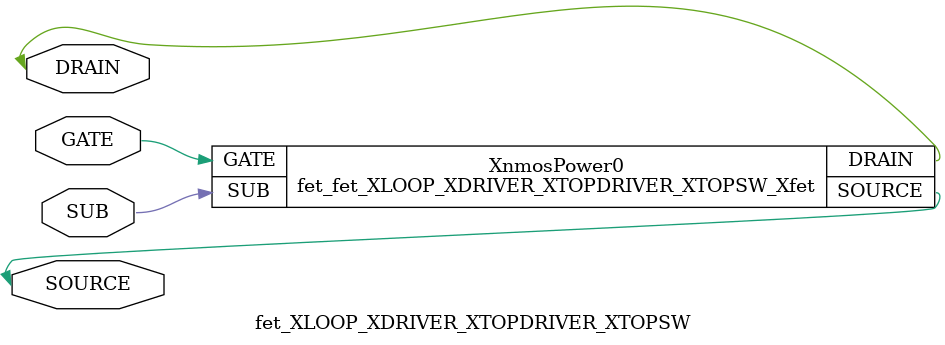
<source format=v>


module fet_fet_XLOOP_XDRIVER_XTOPDRIVER_XTOPSW_Xfet (GATE,SOURCE,DRAIN,SUB);
input GATE;
inout SOURCE;
inout DRAIN;
input SUB;
endmodule


//Celera Confidential Do Not Copy fet_XLOOP_XDRIVER_XTOPDRIVER_XTOPSW
//Celera Confidential Symbol Generator
//power NMOS:Ron:0.400 Ohm
//Vgs 6V Vds 30V
//Kelvin:no

module fet_XLOOP_XDRIVER_XTOPDRIVER_XTOPSW (GATE,SOURCE,DRAIN,SUB);
input GATE;
inout SOURCE;
inout DRAIN;
input SUB;

//Celera Confidential Do Not Copy fet_fet_XLOOP_XDRIVER_XTOPDRIVER_XTOPSW_Xfet
fet_fet_XLOOP_XDRIVER_XTOPDRIVER_XTOPSW_Xfet XnmosPower0(
.DRAIN (DRAIN),
.GATE (GATE),
.SOURCE (SOURCE),
.SUB (SUB)
);
//,diesize,fet_fet_XLOOP_XDRIVER_XTOPDRIVER_XTOPSW_Xfet

//Celera Confidential Do Not Copy Module End
//Celera Schematic Generator
endmodule

</source>
